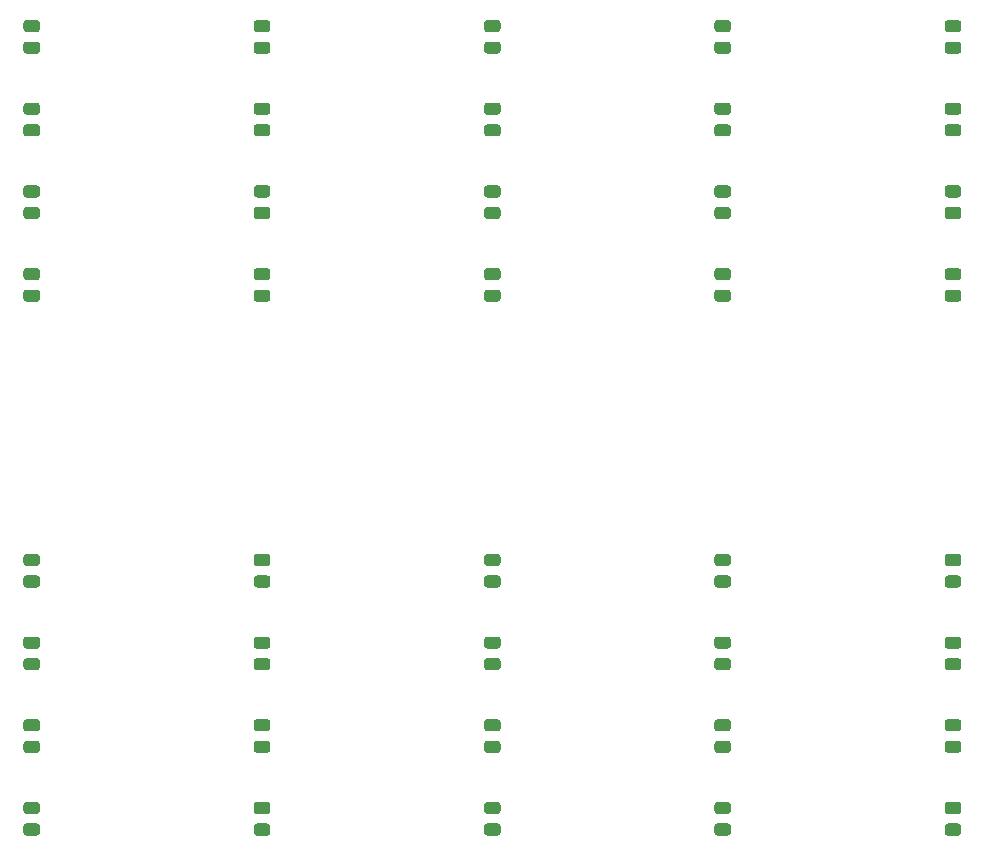
<source format=gbr>
%TF.GenerationSoftware,KiCad,Pcbnew,(5.1.9)-1*%
%TF.CreationDate,2022-04-08T02:00:14+08:00*%
%TF.ProjectId,LED_panelize,4c45445f-7061-46e6-956c-697a652e6b69,rev?*%
%TF.SameCoordinates,Original*%
%TF.FileFunction,Paste,Top*%
%TF.FilePolarity,Positive*%
%FSLAX46Y46*%
G04 Gerber Fmt 4.6, Leading zero omitted, Abs format (unit mm)*
G04 Created by KiCad (PCBNEW (5.1.9)-1) date 2022-04-08 02:00:14*
%MOMM*%
%LPD*%
G01*
G04 APERTURE LIST*
G04 APERTURE END LIST*
%TO.C,R3*%
G36*
G01*
X169349998Y-114962500D02*
X170250002Y-114962500D01*
G75*
G02*
X170500000Y-115212498I0J-249998D01*
G01*
X170500000Y-115737502D01*
G75*
G02*
X170250002Y-115987500I-249998J0D01*
G01*
X169349998Y-115987500D01*
G75*
G02*
X169100000Y-115737502I0J249998D01*
G01*
X169100000Y-115212498D01*
G75*
G02*
X169349998Y-114962500I249998J0D01*
G01*
G37*
G36*
G01*
X169349998Y-116787500D02*
X170250002Y-116787500D01*
G75*
G02*
X170500000Y-117037498I0J-249998D01*
G01*
X170500000Y-117562502D01*
G75*
G02*
X170250002Y-117812500I-249998J0D01*
G01*
X169349998Y-117812500D01*
G75*
G02*
X169100000Y-117562502I0J249998D01*
G01*
X169100000Y-117037498D01*
G75*
G02*
X169349998Y-116787500I249998J0D01*
G01*
G37*
%TD*%
%TO.C,R3*%
G36*
G01*
X149849998Y-114962500D02*
X150750002Y-114962500D01*
G75*
G02*
X151000000Y-115212498I0J-249998D01*
G01*
X151000000Y-115737502D01*
G75*
G02*
X150750002Y-115987500I-249998J0D01*
G01*
X149849998Y-115987500D01*
G75*
G02*
X149600000Y-115737502I0J249998D01*
G01*
X149600000Y-115212498D01*
G75*
G02*
X149849998Y-114962500I249998J0D01*
G01*
G37*
G36*
G01*
X149849998Y-116787500D02*
X150750002Y-116787500D01*
G75*
G02*
X151000000Y-117037498I0J-249998D01*
G01*
X151000000Y-117562502D01*
G75*
G02*
X150750002Y-117812500I-249998J0D01*
G01*
X149849998Y-117812500D01*
G75*
G02*
X149600000Y-117562502I0J249998D01*
G01*
X149600000Y-117037498D01*
G75*
G02*
X149849998Y-116787500I249998J0D01*
G01*
G37*
%TD*%
%TO.C,R3*%
G36*
G01*
X130349998Y-114962500D02*
X131250002Y-114962500D01*
G75*
G02*
X131500000Y-115212498I0J-249998D01*
G01*
X131500000Y-115737502D01*
G75*
G02*
X131250002Y-115987500I-249998J0D01*
G01*
X130349998Y-115987500D01*
G75*
G02*
X130100000Y-115737502I0J249998D01*
G01*
X130100000Y-115212498D01*
G75*
G02*
X130349998Y-114962500I249998J0D01*
G01*
G37*
G36*
G01*
X130349998Y-116787500D02*
X131250002Y-116787500D01*
G75*
G02*
X131500000Y-117037498I0J-249998D01*
G01*
X131500000Y-117562502D01*
G75*
G02*
X131250002Y-117812500I-249998J0D01*
G01*
X130349998Y-117812500D01*
G75*
G02*
X130100000Y-117562502I0J249998D01*
G01*
X130100000Y-117037498D01*
G75*
G02*
X130349998Y-116787500I249998J0D01*
G01*
G37*
%TD*%
%TO.C,R3*%
G36*
G01*
X110849998Y-114962500D02*
X111750002Y-114962500D01*
G75*
G02*
X112000000Y-115212498I0J-249998D01*
G01*
X112000000Y-115737502D01*
G75*
G02*
X111750002Y-115987500I-249998J0D01*
G01*
X110849998Y-115987500D01*
G75*
G02*
X110600000Y-115737502I0J249998D01*
G01*
X110600000Y-115212498D01*
G75*
G02*
X110849998Y-114962500I249998J0D01*
G01*
G37*
G36*
G01*
X110849998Y-116787500D02*
X111750002Y-116787500D01*
G75*
G02*
X112000000Y-117037498I0J-249998D01*
G01*
X112000000Y-117562502D01*
G75*
G02*
X111750002Y-117812500I-249998J0D01*
G01*
X110849998Y-117812500D01*
G75*
G02*
X110600000Y-117562502I0J249998D01*
G01*
X110600000Y-117037498D01*
G75*
G02*
X110849998Y-116787500I249998J0D01*
G01*
G37*
%TD*%
%TO.C,R3*%
G36*
G01*
X91349998Y-114962500D02*
X92250002Y-114962500D01*
G75*
G02*
X92500000Y-115212498I0J-249998D01*
G01*
X92500000Y-115737502D01*
G75*
G02*
X92250002Y-115987500I-249998J0D01*
G01*
X91349998Y-115987500D01*
G75*
G02*
X91100000Y-115737502I0J249998D01*
G01*
X91100000Y-115212498D01*
G75*
G02*
X91349998Y-114962500I249998J0D01*
G01*
G37*
G36*
G01*
X91349998Y-116787500D02*
X92250002Y-116787500D01*
G75*
G02*
X92500000Y-117037498I0J-249998D01*
G01*
X92500000Y-117562502D01*
G75*
G02*
X92250002Y-117812500I-249998J0D01*
G01*
X91349998Y-117812500D01*
G75*
G02*
X91100000Y-117562502I0J249998D01*
G01*
X91100000Y-117037498D01*
G75*
G02*
X91349998Y-116787500I249998J0D01*
G01*
G37*
%TD*%
%TO.C,R3*%
G36*
G01*
X169349998Y-69762500D02*
X170250002Y-69762500D01*
G75*
G02*
X170500000Y-70012498I0J-249998D01*
G01*
X170500000Y-70537502D01*
G75*
G02*
X170250002Y-70787500I-249998J0D01*
G01*
X169349998Y-70787500D01*
G75*
G02*
X169100000Y-70537502I0J249998D01*
G01*
X169100000Y-70012498D01*
G75*
G02*
X169349998Y-69762500I249998J0D01*
G01*
G37*
G36*
G01*
X169349998Y-71587500D02*
X170250002Y-71587500D01*
G75*
G02*
X170500000Y-71837498I0J-249998D01*
G01*
X170500000Y-72362502D01*
G75*
G02*
X170250002Y-72612500I-249998J0D01*
G01*
X169349998Y-72612500D01*
G75*
G02*
X169100000Y-72362502I0J249998D01*
G01*
X169100000Y-71837498D01*
G75*
G02*
X169349998Y-71587500I249998J0D01*
G01*
G37*
%TD*%
%TO.C,R3*%
G36*
G01*
X149849998Y-69762500D02*
X150750002Y-69762500D01*
G75*
G02*
X151000000Y-70012498I0J-249998D01*
G01*
X151000000Y-70537502D01*
G75*
G02*
X150750002Y-70787500I-249998J0D01*
G01*
X149849998Y-70787500D01*
G75*
G02*
X149600000Y-70537502I0J249998D01*
G01*
X149600000Y-70012498D01*
G75*
G02*
X149849998Y-69762500I249998J0D01*
G01*
G37*
G36*
G01*
X149849998Y-71587500D02*
X150750002Y-71587500D01*
G75*
G02*
X151000000Y-71837498I0J-249998D01*
G01*
X151000000Y-72362502D01*
G75*
G02*
X150750002Y-72612500I-249998J0D01*
G01*
X149849998Y-72612500D01*
G75*
G02*
X149600000Y-72362502I0J249998D01*
G01*
X149600000Y-71837498D01*
G75*
G02*
X149849998Y-71587500I249998J0D01*
G01*
G37*
%TD*%
%TO.C,R3*%
G36*
G01*
X130349998Y-69762500D02*
X131250002Y-69762500D01*
G75*
G02*
X131500000Y-70012498I0J-249998D01*
G01*
X131500000Y-70537502D01*
G75*
G02*
X131250002Y-70787500I-249998J0D01*
G01*
X130349998Y-70787500D01*
G75*
G02*
X130100000Y-70537502I0J249998D01*
G01*
X130100000Y-70012498D01*
G75*
G02*
X130349998Y-69762500I249998J0D01*
G01*
G37*
G36*
G01*
X130349998Y-71587500D02*
X131250002Y-71587500D01*
G75*
G02*
X131500000Y-71837498I0J-249998D01*
G01*
X131500000Y-72362502D01*
G75*
G02*
X131250002Y-72612500I-249998J0D01*
G01*
X130349998Y-72612500D01*
G75*
G02*
X130100000Y-72362502I0J249998D01*
G01*
X130100000Y-71837498D01*
G75*
G02*
X130349998Y-71587500I249998J0D01*
G01*
G37*
%TD*%
%TO.C,R3*%
G36*
G01*
X110849998Y-69762500D02*
X111750002Y-69762500D01*
G75*
G02*
X112000000Y-70012498I0J-249998D01*
G01*
X112000000Y-70537502D01*
G75*
G02*
X111750002Y-70787500I-249998J0D01*
G01*
X110849998Y-70787500D01*
G75*
G02*
X110600000Y-70537502I0J249998D01*
G01*
X110600000Y-70012498D01*
G75*
G02*
X110849998Y-69762500I249998J0D01*
G01*
G37*
G36*
G01*
X110849998Y-71587500D02*
X111750002Y-71587500D01*
G75*
G02*
X112000000Y-71837498I0J-249998D01*
G01*
X112000000Y-72362502D01*
G75*
G02*
X111750002Y-72612500I-249998J0D01*
G01*
X110849998Y-72612500D01*
G75*
G02*
X110600000Y-72362502I0J249998D01*
G01*
X110600000Y-71837498D01*
G75*
G02*
X110849998Y-71587500I249998J0D01*
G01*
G37*
%TD*%
%TO.C,R4*%
G36*
G01*
X169349999Y-128962500D02*
X170250001Y-128962500D01*
G75*
G02*
X170500000Y-129212499I0J-249999D01*
G01*
X170500000Y-129737501D01*
G75*
G02*
X170250001Y-129987500I-249999J0D01*
G01*
X169349999Y-129987500D01*
G75*
G02*
X169100000Y-129737501I0J249999D01*
G01*
X169100000Y-129212499D01*
G75*
G02*
X169349999Y-128962500I249999J0D01*
G01*
G37*
G36*
G01*
X169349999Y-130787500D02*
X170250001Y-130787500D01*
G75*
G02*
X170500000Y-131037499I0J-249999D01*
G01*
X170500000Y-131562501D01*
G75*
G02*
X170250001Y-131812500I-249999J0D01*
G01*
X169349999Y-131812500D01*
G75*
G02*
X169100000Y-131562501I0J249999D01*
G01*
X169100000Y-131037499D01*
G75*
G02*
X169349999Y-130787500I249999J0D01*
G01*
G37*
%TD*%
%TO.C,R4*%
G36*
G01*
X149849999Y-128962500D02*
X150750001Y-128962500D01*
G75*
G02*
X151000000Y-129212499I0J-249999D01*
G01*
X151000000Y-129737501D01*
G75*
G02*
X150750001Y-129987500I-249999J0D01*
G01*
X149849999Y-129987500D01*
G75*
G02*
X149600000Y-129737501I0J249999D01*
G01*
X149600000Y-129212499D01*
G75*
G02*
X149849999Y-128962500I249999J0D01*
G01*
G37*
G36*
G01*
X149849999Y-130787500D02*
X150750001Y-130787500D01*
G75*
G02*
X151000000Y-131037499I0J-249999D01*
G01*
X151000000Y-131562501D01*
G75*
G02*
X150750001Y-131812500I-249999J0D01*
G01*
X149849999Y-131812500D01*
G75*
G02*
X149600000Y-131562501I0J249999D01*
G01*
X149600000Y-131037499D01*
G75*
G02*
X149849999Y-130787500I249999J0D01*
G01*
G37*
%TD*%
%TO.C,R4*%
G36*
G01*
X130349999Y-128962500D02*
X131250001Y-128962500D01*
G75*
G02*
X131500000Y-129212499I0J-249999D01*
G01*
X131500000Y-129737501D01*
G75*
G02*
X131250001Y-129987500I-249999J0D01*
G01*
X130349999Y-129987500D01*
G75*
G02*
X130100000Y-129737501I0J249999D01*
G01*
X130100000Y-129212499D01*
G75*
G02*
X130349999Y-128962500I249999J0D01*
G01*
G37*
G36*
G01*
X130349999Y-130787500D02*
X131250001Y-130787500D01*
G75*
G02*
X131500000Y-131037499I0J-249999D01*
G01*
X131500000Y-131562501D01*
G75*
G02*
X131250001Y-131812500I-249999J0D01*
G01*
X130349999Y-131812500D01*
G75*
G02*
X130100000Y-131562501I0J249999D01*
G01*
X130100000Y-131037499D01*
G75*
G02*
X130349999Y-130787500I249999J0D01*
G01*
G37*
%TD*%
%TO.C,R4*%
G36*
G01*
X110849999Y-128962500D02*
X111750001Y-128962500D01*
G75*
G02*
X112000000Y-129212499I0J-249999D01*
G01*
X112000000Y-129737501D01*
G75*
G02*
X111750001Y-129987500I-249999J0D01*
G01*
X110849999Y-129987500D01*
G75*
G02*
X110600000Y-129737501I0J249999D01*
G01*
X110600000Y-129212499D01*
G75*
G02*
X110849999Y-128962500I249999J0D01*
G01*
G37*
G36*
G01*
X110849999Y-130787500D02*
X111750001Y-130787500D01*
G75*
G02*
X112000000Y-131037499I0J-249999D01*
G01*
X112000000Y-131562501D01*
G75*
G02*
X111750001Y-131812500I-249999J0D01*
G01*
X110849999Y-131812500D01*
G75*
G02*
X110600000Y-131562501I0J249999D01*
G01*
X110600000Y-131037499D01*
G75*
G02*
X110849999Y-130787500I249999J0D01*
G01*
G37*
%TD*%
%TO.C,R4*%
G36*
G01*
X91349999Y-128962500D02*
X92250001Y-128962500D01*
G75*
G02*
X92500000Y-129212499I0J-249999D01*
G01*
X92500000Y-129737501D01*
G75*
G02*
X92250001Y-129987500I-249999J0D01*
G01*
X91349999Y-129987500D01*
G75*
G02*
X91100000Y-129737501I0J249999D01*
G01*
X91100000Y-129212499D01*
G75*
G02*
X91349999Y-128962500I249999J0D01*
G01*
G37*
G36*
G01*
X91349999Y-130787500D02*
X92250001Y-130787500D01*
G75*
G02*
X92500000Y-131037499I0J-249999D01*
G01*
X92500000Y-131562501D01*
G75*
G02*
X92250001Y-131812500I-249999J0D01*
G01*
X91349999Y-131812500D01*
G75*
G02*
X91100000Y-131562501I0J249999D01*
G01*
X91100000Y-131037499D01*
G75*
G02*
X91349999Y-130787500I249999J0D01*
G01*
G37*
%TD*%
%TO.C,R4*%
G36*
G01*
X169349999Y-83762500D02*
X170250001Y-83762500D01*
G75*
G02*
X170500000Y-84012499I0J-249999D01*
G01*
X170500000Y-84537501D01*
G75*
G02*
X170250001Y-84787500I-249999J0D01*
G01*
X169349999Y-84787500D01*
G75*
G02*
X169100000Y-84537501I0J249999D01*
G01*
X169100000Y-84012499D01*
G75*
G02*
X169349999Y-83762500I249999J0D01*
G01*
G37*
G36*
G01*
X169349999Y-85587500D02*
X170250001Y-85587500D01*
G75*
G02*
X170500000Y-85837499I0J-249999D01*
G01*
X170500000Y-86362501D01*
G75*
G02*
X170250001Y-86612500I-249999J0D01*
G01*
X169349999Y-86612500D01*
G75*
G02*
X169100000Y-86362501I0J249999D01*
G01*
X169100000Y-85837499D01*
G75*
G02*
X169349999Y-85587500I249999J0D01*
G01*
G37*
%TD*%
%TO.C,R4*%
G36*
G01*
X149849999Y-83762500D02*
X150750001Y-83762500D01*
G75*
G02*
X151000000Y-84012499I0J-249999D01*
G01*
X151000000Y-84537501D01*
G75*
G02*
X150750001Y-84787500I-249999J0D01*
G01*
X149849999Y-84787500D01*
G75*
G02*
X149600000Y-84537501I0J249999D01*
G01*
X149600000Y-84012499D01*
G75*
G02*
X149849999Y-83762500I249999J0D01*
G01*
G37*
G36*
G01*
X149849999Y-85587500D02*
X150750001Y-85587500D01*
G75*
G02*
X151000000Y-85837499I0J-249999D01*
G01*
X151000000Y-86362501D01*
G75*
G02*
X150750001Y-86612500I-249999J0D01*
G01*
X149849999Y-86612500D01*
G75*
G02*
X149600000Y-86362501I0J249999D01*
G01*
X149600000Y-85837499D01*
G75*
G02*
X149849999Y-85587500I249999J0D01*
G01*
G37*
%TD*%
%TO.C,R4*%
G36*
G01*
X130349999Y-83762500D02*
X131250001Y-83762500D01*
G75*
G02*
X131500000Y-84012499I0J-249999D01*
G01*
X131500000Y-84537501D01*
G75*
G02*
X131250001Y-84787500I-249999J0D01*
G01*
X130349999Y-84787500D01*
G75*
G02*
X130100000Y-84537501I0J249999D01*
G01*
X130100000Y-84012499D01*
G75*
G02*
X130349999Y-83762500I249999J0D01*
G01*
G37*
G36*
G01*
X130349999Y-85587500D02*
X131250001Y-85587500D01*
G75*
G02*
X131500000Y-85837499I0J-249999D01*
G01*
X131500000Y-86362501D01*
G75*
G02*
X131250001Y-86612500I-249999J0D01*
G01*
X130349999Y-86612500D01*
G75*
G02*
X130100000Y-86362501I0J249999D01*
G01*
X130100000Y-85837499D01*
G75*
G02*
X130349999Y-85587500I249999J0D01*
G01*
G37*
%TD*%
%TO.C,R4*%
G36*
G01*
X110849999Y-83762500D02*
X111750001Y-83762500D01*
G75*
G02*
X112000000Y-84012499I0J-249999D01*
G01*
X112000000Y-84537501D01*
G75*
G02*
X111750001Y-84787500I-249999J0D01*
G01*
X110849999Y-84787500D01*
G75*
G02*
X110600000Y-84537501I0J249999D01*
G01*
X110600000Y-84012499D01*
G75*
G02*
X110849999Y-83762500I249999J0D01*
G01*
G37*
G36*
G01*
X110849999Y-85587500D02*
X111750001Y-85587500D01*
G75*
G02*
X112000000Y-85837499I0J-249999D01*
G01*
X112000000Y-86362501D01*
G75*
G02*
X111750001Y-86612500I-249999J0D01*
G01*
X110849999Y-86612500D01*
G75*
G02*
X110600000Y-86362501I0J249999D01*
G01*
X110600000Y-85837499D01*
G75*
G02*
X110849999Y-85587500I249999J0D01*
G01*
G37*
%TD*%
%TO.C,R2*%
G36*
G01*
X169349998Y-121962500D02*
X170250002Y-121962500D01*
G75*
G02*
X170500000Y-122212498I0J-249998D01*
G01*
X170500000Y-122737502D01*
G75*
G02*
X170250002Y-122987500I-249998J0D01*
G01*
X169349998Y-122987500D01*
G75*
G02*
X169100000Y-122737502I0J249998D01*
G01*
X169100000Y-122212498D01*
G75*
G02*
X169349998Y-121962500I249998J0D01*
G01*
G37*
G36*
G01*
X169349998Y-123787500D02*
X170250002Y-123787500D01*
G75*
G02*
X170500000Y-124037498I0J-249998D01*
G01*
X170500000Y-124562502D01*
G75*
G02*
X170250002Y-124812500I-249998J0D01*
G01*
X169349998Y-124812500D01*
G75*
G02*
X169100000Y-124562502I0J249998D01*
G01*
X169100000Y-124037498D01*
G75*
G02*
X169349998Y-123787500I249998J0D01*
G01*
G37*
%TD*%
%TO.C,R2*%
G36*
G01*
X149849998Y-121962500D02*
X150750002Y-121962500D01*
G75*
G02*
X151000000Y-122212498I0J-249998D01*
G01*
X151000000Y-122737502D01*
G75*
G02*
X150750002Y-122987500I-249998J0D01*
G01*
X149849998Y-122987500D01*
G75*
G02*
X149600000Y-122737502I0J249998D01*
G01*
X149600000Y-122212498D01*
G75*
G02*
X149849998Y-121962500I249998J0D01*
G01*
G37*
G36*
G01*
X149849998Y-123787500D02*
X150750002Y-123787500D01*
G75*
G02*
X151000000Y-124037498I0J-249998D01*
G01*
X151000000Y-124562502D01*
G75*
G02*
X150750002Y-124812500I-249998J0D01*
G01*
X149849998Y-124812500D01*
G75*
G02*
X149600000Y-124562502I0J249998D01*
G01*
X149600000Y-124037498D01*
G75*
G02*
X149849998Y-123787500I249998J0D01*
G01*
G37*
%TD*%
%TO.C,R2*%
G36*
G01*
X130349998Y-121962500D02*
X131250002Y-121962500D01*
G75*
G02*
X131500000Y-122212498I0J-249998D01*
G01*
X131500000Y-122737502D01*
G75*
G02*
X131250002Y-122987500I-249998J0D01*
G01*
X130349998Y-122987500D01*
G75*
G02*
X130100000Y-122737502I0J249998D01*
G01*
X130100000Y-122212498D01*
G75*
G02*
X130349998Y-121962500I249998J0D01*
G01*
G37*
G36*
G01*
X130349998Y-123787500D02*
X131250002Y-123787500D01*
G75*
G02*
X131500000Y-124037498I0J-249998D01*
G01*
X131500000Y-124562502D01*
G75*
G02*
X131250002Y-124812500I-249998J0D01*
G01*
X130349998Y-124812500D01*
G75*
G02*
X130100000Y-124562502I0J249998D01*
G01*
X130100000Y-124037498D01*
G75*
G02*
X130349998Y-123787500I249998J0D01*
G01*
G37*
%TD*%
%TO.C,R2*%
G36*
G01*
X110849998Y-121962500D02*
X111750002Y-121962500D01*
G75*
G02*
X112000000Y-122212498I0J-249998D01*
G01*
X112000000Y-122737502D01*
G75*
G02*
X111750002Y-122987500I-249998J0D01*
G01*
X110849998Y-122987500D01*
G75*
G02*
X110600000Y-122737502I0J249998D01*
G01*
X110600000Y-122212498D01*
G75*
G02*
X110849998Y-121962500I249998J0D01*
G01*
G37*
G36*
G01*
X110849998Y-123787500D02*
X111750002Y-123787500D01*
G75*
G02*
X112000000Y-124037498I0J-249998D01*
G01*
X112000000Y-124562502D01*
G75*
G02*
X111750002Y-124812500I-249998J0D01*
G01*
X110849998Y-124812500D01*
G75*
G02*
X110600000Y-124562502I0J249998D01*
G01*
X110600000Y-124037498D01*
G75*
G02*
X110849998Y-123787500I249998J0D01*
G01*
G37*
%TD*%
%TO.C,R2*%
G36*
G01*
X91349998Y-121962500D02*
X92250002Y-121962500D01*
G75*
G02*
X92500000Y-122212498I0J-249998D01*
G01*
X92500000Y-122737502D01*
G75*
G02*
X92250002Y-122987500I-249998J0D01*
G01*
X91349998Y-122987500D01*
G75*
G02*
X91100000Y-122737502I0J249998D01*
G01*
X91100000Y-122212498D01*
G75*
G02*
X91349998Y-121962500I249998J0D01*
G01*
G37*
G36*
G01*
X91349998Y-123787500D02*
X92250002Y-123787500D01*
G75*
G02*
X92500000Y-124037498I0J-249998D01*
G01*
X92500000Y-124562502D01*
G75*
G02*
X92250002Y-124812500I-249998J0D01*
G01*
X91349998Y-124812500D01*
G75*
G02*
X91100000Y-124562502I0J249998D01*
G01*
X91100000Y-124037498D01*
G75*
G02*
X91349998Y-123787500I249998J0D01*
G01*
G37*
%TD*%
%TO.C,R2*%
G36*
G01*
X169349998Y-76762500D02*
X170250002Y-76762500D01*
G75*
G02*
X170500000Y-77012498I0J-249998D01*
G01*
X170500000Y-77537502D01*
G75*
G02*
X170250002Y-77787500I-249998J0D01*
G01*
X169349998Y-77787500D01*
G75*
G02*
X169100000Y-77537502I0J249998D01*
G01*
X169100000Y-77012498D01*
G75*
G02*
X169349998Y-76762500I249998J0D01*
G01*
G37*
G36*
G01*
X169349998Y-78587500D02*
X170250002Y-78587500D01*
G75*
G02*
X170500000Y-78837498I0J-249998D01*
G01*
X170500000Y-79362502D01*
G75*
G02*
X170250002Y-79612500I-249998J0D01*
G01*
X169349998Y-79612500D01*
G75*
G02*
X169100000Y-79362502I0J249998D01*
G01*
X169100000Y-78837498D01*
G75*
G02*
X169349998Y-78587500I249998J0D01*
G01*
G37*
%TD*%
%TO.C,R2*%
G36*
G01*
X149849998Y-76762500D02*
X150750002Y-76762500D01*
G75*
G02*
X151000000Y-77012498I0J-249998D01*
G01*
X151000000Y-77537502D01*
G75*
G02*
X150750002Y-77787500I-249998J0D01*
G01*
X149849998Y-77787500D01*
G75*
G02*
X149600000Y-77537502I0J249998D01*
G01*
X149600000Y-77012498D01*
G75*
G02*
X149849998Y-76762500I249998J0D01*
G01*
G37*
G36*
G01*
X149849998Y-78587500D02*
X150750002Y-78587500D01*
G75*
G02*
X151000000Y-78837498I0J-249998D01*
G01*
X151000000Y-79362502D01*
G75*
G02*
X150750002Y-79612500I-249998J0D01*
G01*
X149849998Y-79612500D01*
G75*
G02*
X149600000Y-79362502I0J249998D01*
G01*
X149600000Y-78837498D01*
G75*
G02*
X149849998Y-78587500I249998J0D01*
G01*
G37*
%TD*%
%TO.C,R2*%
G36*
G01*
X130349998Y-76762500D02*
X131250002Y-76762500D01*
G75*
G02*
X131500000Y-77012498I0J-249998D01*
G01*
X131500000Y-77537502D01*
G75*
G02*
X131250002Y-77787500I-249998J0D01*
G01*
X130349998Y-77787500D01*
G75*
G02*
X130100000Y-77537502I0J249998D01*
G01*
X130100000Y-77012498D01*
G75*
G02*
X130349998Y-76762500I249998J0D01*
G01*
G37*
G36*
G01*
X130349998Y-78587500D02*
X131250002Y-78587500D01*
G75*
G02*
X131500000Y-78837498I0J-249998D01*
G01*
X131500000Y-79362502D01*
G75*
G02*
X131250002Y-79612500I-249998J0D01*
G01*
X130349998Y-79612500D01*
G75*
G02*
X130100000Y-79362502I0J249998D01*
G01*
X130100000Y-78837498D01*
G75*
G02*
X130349998Y-78587500I249998J0D01*
G01*
G37*
%TD*%
%TO.C,R2*%
G36*
G01*
X110849998Y-76762500D02*
X111750002Y-76762500D01*
G75*
G02*
X112000000Y-77012498I0J-249998D01*
G01*
X112000000Y-77537502D01*
G75*
G02*
X111750002Y-77787500I-249998J0D01*
G01*
X110849998Y-77787500D01*
G75*
G02*
X110600000Y-77537502I0J249998D01*
G01*
X110600000Y-77012498D01*
G75*
G02*
X110849998Y-76762500I249998J0D01*
G01*
G37*
G36*
G01*
X110849998Y-78587500D02*
X111750002Y-78587500D01*
G75*
G02*
X112000000Y-78837498I0J-249998D01*
G01*
X112000000Y-79362502D01*
G75*
G02*
X111750002Y-79612500I-249998J0D01*
G01*
X110849998Y-79612500D01*
G75*
G02*
X110600000Y-79362502I0J249998D01*
G01*
X110600000Y-78837498D01*
G75*
G02*
X110849998Y-78587500I249998J0D01*
G01*
G37*
%TD*%
%TO.C,R1*%
G36*
G01*
X169349998Y-107962500D02*
X170250002Y-107962500D01*
G75*
G02*
X170500000Y-108212498I0J-249998D01*
G01*
X170500000Y-108737502D01*
G75*
G02*
X170250002Y-108987500I-249998J0D01*
G01*
X169349998Y-108987500D01*
G75*
G02*
X169100000Y-108737502I0J249998D01*
G01*
X169100000Y-108212498D01*
G75*
G02*
X169349998Y-107962500I249998J0D01*
G01*
G37*
G36*
G01*
X169349998Y-109787500D02*
X170250002Y-109787500D01*
G75*
G02*
X170500000Y-110037498I0J-249998D01*
G01*
X170500000Y-110562502D01*
G75*
G02*
X170250002Y-110812500I-249998J0D01*
G01*
X169349998Y-110812500D01*
G75*
G02*
X169100000Y-110562502I0J249998D01*
G01*
X169100000Y-110037498D01*
G75*
G02*
X169349998Y-109787500I249998J0D01*
G01*
G37*
%TD*%
%TO.C,R1*%
G36*
G01*
X149849998Y-107962500D02*
X150750002Y-107962500D01*
G75*
G02*
X151000000Y-108212498I0J-249998D01*
G01*
X151000000Y-108737502D01*
G75*
G02*
X150750002Y-108987500I-249998J0D01*
G01*
X149849998Y-108987500D01*
G75*
G02*
X149600000Y-108737502I0J249998D01*
G01*
X149600000Y-108212498D01*
G75*
G02*
X149849998Y-107962500I249998J0D01*
G01*
G37*
G36*
G01*
X149849998Y-109787500D02*
X150750002Y-109787500D01*
G75*
G02*
X151000000Y-110037498I0J-249998D01*
G01*
X151000000Y-110562502D01*
G75*
G02*
X150750002Y-110812500I-249998J0D01*
G01*
X149849998Y-110812500D01*
G75*
G02*
X149600000Y-110562502I0J249998D01*
G01*
X149600000Y-110037498D01*
G75*
G02*
X149849998Y-109787500I249998J0D01*
G01*
G37*
%TD*%
%TO.C,R1*%
G36*
G01*
X130349998Y-107962500D02*
X131250002Y-107962500D01*
G75*
G02*
X131500000Y-108212498I0J-249998D01*
G01*
X131500000Y-108737502D01*
G75*
G02*
X131250002Y-108987500I-249998J0D01*
G01*
X130349998Y-108987500D01*
G75*
G02*
X130100000Y-108737502I0J249998D01*
G01*
X130100000Y-108212498D01*
G75*
G02*
X130349998Y-107962500I249998J0D01*
G01*
G37*
G36*
G01*
X130349998Y-109787500D02*
X131250002Y-109787500D01*
G75*
G02*
X131500000Y-110037498I0J-249998D01*
G01*
X131500000Y-110562502D01*
G75*
G02*
X131250002Y-110812500I-249998J0D01*
G01*
X130349998Y-110812500D01*
G75*
G02*
X130100000Y-110562502I0J249998D01*
G01*
X130100000Y-110037498D01*
G75*
G02*
X130349998Y-109787500I249998J0D01*
G01*
G37*
%TD*%
%TO.C,R1*%
G36*
G01*
X110849998Y-107962500D02*
X111750002Y-107962500D01*
G75*
G02*
X112000000Y-108212498I0J-249998D01*
G01*
X112000000Y-108737502D01*
G75*
G02*
X111750002Y-108987500I-249998J0D01*
G01*
X110849998Y-108987500D01*
G75*
G02*
X110600000Y-108737502I0J249998D01*
G01*
X110600000Y-108212498D01*
G75*
G02*
X110849998Y-107962500I249998J0D01*
G01*
G37*
G36*
G01*
X110849998Y-109787500D02*
X111750002Y-109787500D01*
G75*
G02*
X112000000Y-110037498I0J-249998D01*
G01*
X112000000Y-110562502D01*
G75*
G02*
X111750002Y-110812500I-249998J0D01*
G01*
X110849998Y-110812500D01*
G75*
G02*
X110600000Y-110562502I0J249998D01*
G01*
X110600000Y-110037498D01*
G75*
G02*
X110849998Y-109787500I249998J0D01*
G01*
G37*
%TD*%
%TO.C,R1*%
G36*
G01*
X91349998Y-107962500D02*
X92250002Y-107962500D01*
G75*
G02*
X92500000Y-108212498I0J-249998D01*
G01*
X92500000Y-108737502D01*
G75*
G02*
X92250002Y-108987500I-249998J0D01*
G01*
X91349998Y-108987500D01*
G75*
G02*
X91100000Y-108737502I0J249998D01*
G01*
X91100000Y-108212498D01*
G75*
G02*
X91349998Y-107962500I249998J0D01*
G01*
G37*
G36*
G01*
X91349998Y-109787500D02*
X92250002Y-109787500D01*
G75*
G02*
X92500000Y-110037498I0J-249998D01*
G01*
X92500000Y-110562502D01*
G75*
G02*
X92250002Y-110812500I-249998J0D01*
G01*
X91349998Y-110812500D01*
G75*
G02*
X91100000Y-110562502I0J249998D01*
G01*
X91100000Y-110037498D01*
G75*
G02*
X91349998Y-109787500I249998J0D01*
G01*
G37*
%TD*%
%TO.C,R1*%
G36*
G01*
X169349998Y-62762500D02*
X170250002Y-62762500D01*
G75*
G02*
X170500000Y-63012498I0J-249998D01*
G01*
X170500000Y-63537502D01*
G75*
G02*
X170250002Y-63787500I-249998J0D01*
G01*
X169349998Y-63787500D01*
G75*
G02*
X169100000Y-63537502I0J249998D01*
G01*
X169100000Y-63012498D01*
G75*
G02*
X169349998Y-62762500I249998J0D01*
G01*
G37*
G36*
G01*
X169349998Y-64587500D02*
X170250002Y-64587500D01*
G75*
G02*
X170500000Y-64837498I0J-249998D01*
G01*
X170500000Y-65362502D01*
G75*
G02*
X170250002Y-65612500I-249998J0D01*
G01*
X169349998Y-65612500D01*
G75*
G02*
X169100000Y-65362502I0J249998D01*
G01*
X169100000Y-64837498D01*
G75*
G02*
X169349998Y-64587500I249998J0D01*
G01*
G37*
%TD*%
%TO.C,R1*%
G36*
G01*
X149849998Y-62762500D02*
X150750002Y-62762500D01*
G75*
G02*
X151000000Y-63012498I0J-249998D01*
G01*
X151000000Y-63537502D01*
G75*
G02*
X150750002Y-63787500I-249998J0D01*
G01*
X149849998Y-63787500D01*
G75*
G02*
X149600000Y-63537502I0J249998D01*
G01*
X149600000Y-63012498D01*
G75*
G02*
X149849998Y-62762500I249998J0D01*
G01*
G37*
G36*
G01*
X149849998Y-64587500D02*
X150750002Y-64587500D01*
G75*
G02*
X151000000Y-64837498I0J-249998D01*
G01*
X151000000Y-65362502D01*
G75*
G02*
X150750002Y-65612500I-249998J0D01*
G01*
X149849998Y-65612500D01*
G75*
G02*
X149600000Y-65362502I0J249998D01*
G01*
X149600000Y-64837498D01*
G75*
G02*
X149849998Y-64587500I249998J0D01*
G01*
G37*
%TD*%
%TO.C,R1*%
G36*
G01*
X130349998Y-62762500D02*
X131250002Y-62762500D01*
G75*
G02*
X131500000Y-63012498I0J-249998D01*
G01*
X131500000Y-63537502D01*
G75*
G02*
X131250002Y-63787500I-249998J0D01*
G01*
X130349998Y-63787500D01*
G75*
G02*
X130100000Y-63537502I0J249998D01*
G01*
X130100000Y-63012498D01*
G75*
G02*
X130349998Y-62762500I249998J0D01*
G01*
G37*
G36*
G01*
X130349998Y-64587500D02*
X131250002Y-64587500D01*
G75*
G02*
X131500000Y-64837498I0J-249998D01*
G01*
X131500000Y-65362502D01*
G75*
G02*
X131250002Y-65612500I-249998J0D01*
G01*
X130349998Y-65612500D01*
G75*
G02*
X130100000Y-65362502I0J249998D01*
G01*
X130100000Y-64837498D01*
G75*
G02*
X130349998Y-64587500I249998J0D01*
G01*
G37*
%TD*%
%TO.C,R1*%
G36*
G01*
X110849998Y-62762500D02*
X111750002Y-62762500D01*
G75*
G02*
X112000000Y-63012498I0J-249998D01*
G01*
X112000000Y-63537502D01*
G75*
G02*
X111750002Y-63787500I-249998J0D01*
G01*
X110849998Y-63787500D01*
G75*
G02*
X110600000Y-63537502I0J249998D01*
G01*
X110600000Y-63012498D01*
G75*
G02*
X110849998Y-62762500I249998J0D01*
G01*
G37*
G36*
G01*
X110849998Y-64587500D02*
X111750002Y-64587500D01*
G75*
G02*
X112000000Y-64837498I0J-249998D01*
G01*
X112000000Y-65362502D01*
G75*
G02*
X111750002Y-65612500I-249998J0D01*
G01*
X110849998Y-65612500D01*
G75*
G02*
X110600000Y-65362502I0J249998D01*
G01*
X110600000Y-64837498D01*
G75*
G02*
X110849998Y-64587500I249998J0D01*
G01*
G37*
%TD*%
%TO.C,R4*%
G36*
G01*
X91349999Y-85587500D02*
X92250001Y-85587500D01*
G75*
G02*
X92500000Y-85837499I0J-249999D01*
G01*
X92500000Y-86362501D01*
G75*
G02*
X92250001Y-86612500I-249999J0D01*
G01*
X91349999Y-86612500D01*
G75*
G02*
X91100000Y-86362501I0J249999D01*
G01*
X91100000Y-85837499D01*
G75*
G02*
X91349999Y-85587500I249999J0D01*
G01*
G37*
G36*
G01*
X91349999Y-83762500D02*
X92250001Y-83762500D01*
G75*
G02*
X92500000Y-84012499I0J-249999D01*
G01*
X92500000Y-84537501D01*
G75*
G02*
X92250001Y-84787500I-249999J0D01*
G01*
X91349999Y-84787500D01*
G75*
G02*
X91100000Y-84537501I0J249999D01*
G01*
X91100000Y-84012499D01*
G75*
G02*
X91349999Y-83762500I249999J0D01*
G01*
G37*
%TD*%
%TO.C,R3*%
G36*
G01*
X91349998Y-71587500D02*
X92250002Y-71587500D01*
G75*
G02*
X92500000Y-71837498I0J-249998D01*
G01*
X92500000Y-72362502D01*
G75*
G02*
X92250002Y-72612500I-249998J0D01*
G01*
X91349998Y-72612500D01*
G75*
G02*
X91100000Y-72362502I0J249998D01*
G01*
X91100000Y-71837498D01*
G75*
G02*
X91349998Y-71587500I249998J0D01*
G01*
G37*
G36*
G01*
X91349998Y-69762500D02*
X92250002Y-69762500D01*
G75*
G02*
X92500000Y-70012498I0J-249998D01*
G01*
X92500000Y-70537502D01*
G75*
G02*
X92250002Y-70787500I-249998J0D01*
G01*
X91349998Y-70787500D01*
G75*
G02*
X91100000Y-70537502I0J249998D01*
G01*
X91100000Y-70012498D01*
G75*
G02*
X91349998Y-69762500I249998J0D01*
G01*
G37*
%TD*%
%TO.C,R2*%
G36*
G01*
X91349998Y-78587500D02*
X92250002Y-78587500D01*
G75*
G02*
X92500000Y-78837498I0J-249998D01*
G01*
X92500000Y-79362502D01*
G75*
G02*
X92250002Y-79612500I-249998J0D01*
G01*
X91349998Y-79612500D01*
G75*
G02*
X91100000Y-79362502I0J249998D01*
G01*
X91100000Y-78837498D01*
G75*
G02*
X91349998Y-78587500I249998J0D01*
G01*
G37*
G36*
G01*
X91349998Y-76762500D02*
X92250002Y-76762500D01*
G75*
G02*
X92500000Y-77012498I0J-249998D01*
G01*
X92500000Y-77537502D01*
G75*
G02*
X92250002Y-77787500I-249998J0D01*
G01*
X91349998Y-77787500D01*
G75*
G02*
X91100000Y-77537502I0J249998D01*
G01*
X91100000Y-77012498D01*
G75*
G02*
X91349998Y-76762500I249998J0D01*
G01*
G37*
%TD*%
%TO.C,R1*%
G36*
G01*
X91349998Y-64587500D02*
X92250002Y-64587500D01*
G75*
G02*
X92500000Y-64837498I0J-249998D01*
G01*
X92500000Y-65362502D01*
G75*
G02*
X92250002Y-65612500I-249998J0D01*
G01*
X91349998Y-65612500D01*
G75*
G02*
X91100000Y-65362502I0J249998D01*
G01*
X91100000Y-64837498D01*
G75*
G02*
X91349998Y-64587500I249998J0D01*
G01*
G37*
G36*
G01*
X91349998Y-62762500D02*
X92250002Y-62762500D01*
G75*
G02*
X92500000Y-63012498I0J-249998D01*
G01*
X92500000Y-63537502D01*
G75*
G02*
X92250002Y-63787500I-249998J0D01*
G01*
X91349998Y-63787500D01*
G75*
G02*
X91100000Y-63537502I0J249998D01*
G01*
X91100000Y-63012498D01*
G75*
G02*
X91349998Y-62762500I249998J0D01*
G01*
G37*
%TD*%
M02*

</source>
